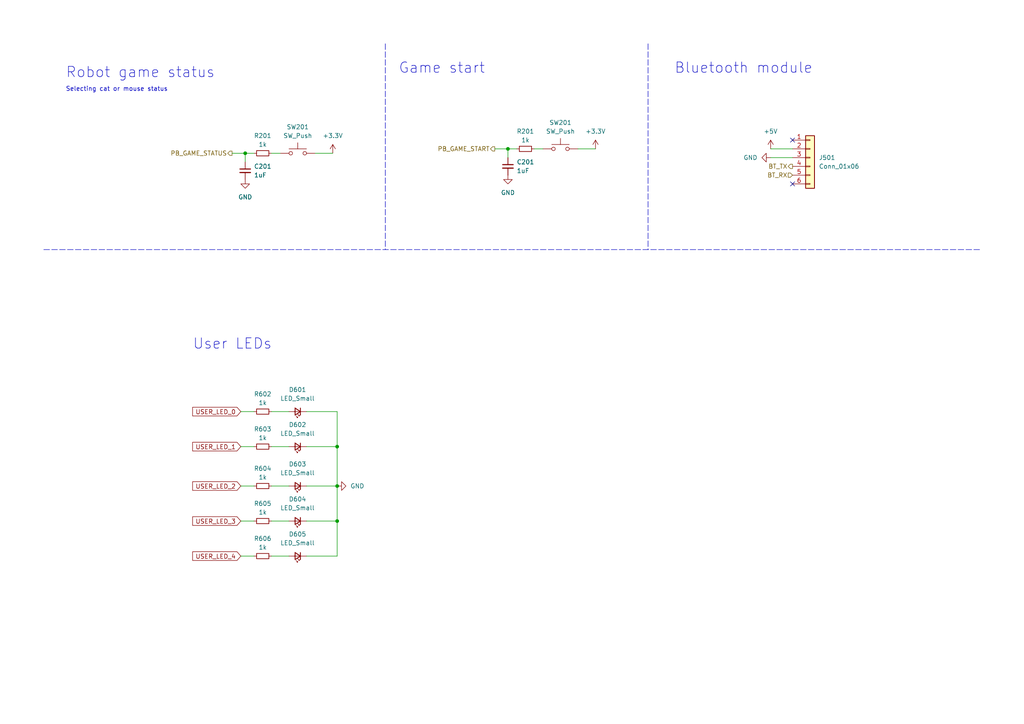
<source format=kicad_sch>
(kicad_sch (version 20230121) (generator eeschema)
  (paper "A4")
  (title_block (title "Robot chat - HIM") (date "2023-09-19") (rev "1.0") (company "ENSEA"))
  (lib_symbols
    (symbol "Connector_Generic:Conn_01x06" (pin_names (offset 1.016) hide)
      (property "Reference" "J" (at 0 7.62 0))
      (property "Value" "Conn_01x06" (at 0 -10.16 0))
      (symbol "Conn_01x06_1_1"
        (rectangle (start -1.27 -7.493) (end 0 -7.747) (stroke (width 0.1524)))
        (rectangle (start -1.27 -4.953) (end 0 -5.207) (stroke (width 0.1524)))
        (rectangle (start -1.27 -2.413) (end 0 -2.667) (stroke (width 0.1524)))
        (rectangle (start -1.27 0.127) (end 0 -0.127) (stroke (width 0.1524)))
        (rectangle (start -1.27 2.667) (end 0 2.413) (stroke (width 0.1524)))
        (rectangle (start -1.27 5.207) (end 0 4.953) (stroke (width 0.1524)))
        (rectangle (start -1.27 6.35) (end 1.27 -8.89) (stroke (width 0.254)) (fill (type background)))
        (pin passive line (at -5.08 5.08 0) (length 3.81) (name "Pin_1") (number "1"))
        (pin passive line (at -5.08 2.54 0) (length 3.81) (name "Pin_2") (number "2"))
        (pin passive line (at -5.08 0 0) (length 3.81) (name "Pin_3") (number "3"))
        (pin passive line (at -5.08 -2.54 0) (length 3.81) (name "Pin_4") (number "4"))
        (pin passive line (at -5.08 -5.08 0) (length 3.81) (name "Pin_5") (number "5"))
        (pin passive line (at -5.08 -7.62 0) (length 3.81) (name "Pin_6") (number "6"))
      )
    )
    (symbol "Device:C_Small" (pin_numbers hide) (pin_names (offset 0.254) hide)
      (property "Reference" "C" (at 0.254 1.778 0))
      (property "Value" "C_Small" (at 0.254 -2.032 0))
      (symbol "C_Small_0_1"
        (polyline (pts (xy -1.524 -0.508) (xy 1.524 -0.508)) (stroke (width 0.3302)))
        (polyline (pts (xy -1.524 0.508) (xy 1.524 0.508)) (stroke (width 0.3048)))
      )
      (symbol "C_Small_1_1"
        (pin passive line (at 0 2.54 270) (length 2.032) (name "~") (number "1"))
        (pin passive line (at 0 -2.54 90) (length 2.032) (name "~") (number "2"))
      )
    )
    (symbol "Device:LED_Small" (pin_numbers hide) (pin_names (offset 0.254) hide)
      (property "Reference" "D" (at -1.27 3.175 0))
      (property "Value" "LED_Small" (at -4.445 -2.54 0))
      (symbol "LED_Small_0_1"
        (polyline (pts (xy -0.762 -1.016) (xy -0.762 1.016)) (stroke (width 0.254)))
        (polyline (pts (xy 1.016 0) (xy -0.762 0)))
        (polyline (pts (xy 0.762 -1.016) (xy -0.762 0) (xy 0.762 1.016) (xy 0.762 -1.016)) (stroke (width 0.254)))
        (polyline (pts (xy 0 0.762) (xy -0.508 1.27) (xy -0.254 1.27) (xy -0.508 1.27) (xy -0.508 1.016)))
        (polyline (pts (xy 0.508 1.27) (xy 0 1.778) (xy 0.254 1.778) (xy 0 1.778) (xy 0 1.524)))
      )
      (symbol "LED_Small_1_1"
        (pin passive line (at -2.54 0 0) (length 1.778) (name "K") (number "1"))
        (pin passive line (at 2.54 0 180) (length 1.778) (name "A") (number "2"))
      )
    )
    (symbol "Device:R_Small" (pin_numbers hide) (pin_names (offset 0.254) hide)
      (property "Reference" "R" (at 0.762 0.508 0))
      (property "Value" "R_Small" (at 0.762 -1.016 0))
      (symbol "R_Small_0_1"
        (rectangle (start -0.762 1.778) (end 0.762 -1.778) (stroke (width 0.2032)))
      )
      (symbol "R_Small_1_1"
        (pin passive line (at 0 2.54 270) (length 0.762) (name "~") (number "1"))
        (pin passive line (at 0 -2.54 90) (length 0.762) (name "~") (number "2"))
      )
    )
    (symbol "Switch:SW_Push" (pin_numbers hide) (pin_names (offset 1.016) hide)
      (property "Reference" "SW" (at 1.27 2.54 0))
      (property "Value" "SW_Push" (at 0 -1.524 0))
      (symbol "SW_Push_0_1"
        (circle (center -2.032 0) (radius 0.508))
        (polyline (pts (xy 0 1.27) (xy 0 3.048)))
        (polyline (pts (xy 2.54 1.27) (xy -2.54 1.27)))
        (circle (center 2.032 0) (radius 0.508))
        (pin passive line (at -5.08 0 0) (length 2.54) (name "1") (number "1"))
        (pin passive line (at 5.08 0 180) (length 2.54) (name "2") (number "2"))
      )
    )
    (symbol "power:+3.3V" (power) (pin_names (offset 0))
      (property "Value" "+3.3V" (at 0 3.556 0))
      (symbol "+3.3V_0_1"
        (polyline (pts (xy -0.762 1.27) (xy 0 2.54)))
        (polyline (pts (xy 0 0) (xy 0 2.54)))
        (polyline (pts (xy 0 2.54) (xy 0.762 1.27)))
      )
      (symbol "+3.3V_1_1"
        (pin power_in line (at 0 0 90) (length 0) hide (name "+3.3V") (number "1"))
      )
    )
    (symbol "power:+5V" (power) (pin_names (offset 0))
      (property "Value" "+5V" (at 0 3.556 0))
      (symbol "+5V_0_1"
        (polyline (pts (xy -0.762 1.27) (xy 0 2.54)))
        (polyline (pts (xy 0 0) (xy 0 2.54)))
        (polyline (pts (xy 0 2.54) (xy 0.762 1.27)))
      )
      (symbol "+5V_1_1"
        (pin power_in line (at 0 0 90) (length 0) hide (name "+5V") (number "1"))
      )
    )
    (symbol "power:GND" (power) (pin_names (offset 0))
      (property "Value" "GND" (at 0 -3.81 0))
      (symbol "GND_0_1"
        (polyline (pts (xy 0 0) (xy 0 -1.27) (xy 1.27 -1.27) (xy 0 -2.54) (xy -1.27 -1.27) (xy 0 -1.27)))
      )
      (symbol "GND_1_1"
        (pin power_in line (at 0 0 270) (length 0) hide (name "GND") (number "1"))
      )
    )
  )
  (junction (at 71.12 44.45))
  (junction (at 97.79 129.54))
  (junction (at 97.79 140.97))
  (junction (at 97.79 151.13))
  (junction (at 147.32 43.18))
  (no_connect (at 229.87 40.64))
  (no_connect (at 229.87 53.34))
  (polyline (pts (xy 111.76 12.7) (xy 111.76 72.39)) (stroke (width 0) (type dash)))
  (wire (pts (xy 223.52 45.72) (xy 229.87 45.72)))
  (wire (pts (xy 223.52 43.18) (xy 229.87 43.18)))
  (wire (pts (xy 88.9 151.13) (xy 97.79 151.13)))
  (wire (pts (xy 97.79 129.54) (xy 97.79 140.97)))
  (wire (pts (xy 69.85 119.38) (xy 73.66 119.38)))
  (wire (pts (xy 67.31 44.45) (xy 71.12 44.45)))
  (wire (pts (xy 97.79 151.13) (xy 97.79 140.97)))
  (wire (pts (xy 147.32 43.18) (xy 147.32 45.72)))
  (wire (pts (xy 69.85 140.97) (xy 73.66 140.97)))
  (wire (pts (xy 88.9 161.29) (xy 97.79 161.29)))
  (wire (pts (xy 147.32 43.18) (xy 149.86 43.18)))
  (wire (pts (xy 91.44 44.45) (xy 96.52 44.45)))
  (wire (pts (xy 167.64 43.18) (xy 172.72 43.18)))
  (wire (pts (xy 88.9 129.54) (xy 97.79 129.54)))
  (wire (pts (xy 78.74 151.13) (xy 83.82 151.13)))
  (wire (pts (xy 69.85 151.13) (xy 73.66 151.13)))
  (wire (pts (xy 154.94 43.18) (xy 157.48 43.18)))
  (wire (pts (xy 143.51 43.18) (xy 147.32 43.18)))
  (wire (pts (xy 78.74 140.97) (xy 83.82 140.97)))
  (wire (pts (xy 78.74 161.29) (xy 83.82 161.29)))
  (wire (pts (xy 88.9 119.38) (xy 97.79 119.38)))
  (wire (pts (xy 69.85 161.29) (xy 73.66 161.29)))
  (wire (pts (xy 97.79 119.38) (xy 97.79 129.54)))
  (wire (pts (xy 78.74 44.45) (xy 81.28 44.45)))
  (wire (pts (xy 78.74 129.54) (xy 83.82 129.54)))
  (polyline (pts (xy 187.96 12.7) (xy 187.96 72.39)) (stroke (width 0) (type dash)))
  (wire (pts (xy 97.79 161.29) (xy 97.79 151.13)))
  (wire (pts (xy 69.85 129.54) (xy 73.66 129.54)))
  (wire (pts (xy 88.9 140.97) (xy 97.79 140.97)))
  (wire (pts (xy 78.74 119.38) (xy 83.82 119.38)))
  (wire (pts (xy 71.12 44.45) (xy 71.12 46.99)))
  (polyline (pts (xy 12.7 72.39) (xy 284.48 72.39)) (stroke (width 0) (type dash)))
  (wire (pts (xy 71.12 44.45) (xy 73.66 44.45)))
  (text "Game start" (at 115.57 21.59 0) (effects (font (size 3 3)) (justify left bottom)))
  (text "Selecting cat or mouse status" (at 19.05 26.67 0) (effects (font (size 1.27 1.27)) (justify left bottom)))
  (text "Robot game status" (at 19.05 22.86 0) (effects (font (size 3 3)) (justify left bottom)))
  (text "Bluetooth module" (at 195.58 21.59 0) (effects (font (size 3 3)) (justify left bottom)))
  (text "User LEDs" (at 55.88 101.6 0) (effects (font (size 3 3)) (justify left bottom)))
  (global_label "USER_LED_3" (shape input) (at 69.85 151.13 180) (property "Intersheetrefs" "${INTERSHEET_REFS}" (effects hide)))
  (global_label "USER_LED_2" (shape input) (at 69.85 140.97 180) (property "Intersheetrefs" "${INTERSHEET_REFS}" (effects hide)))
  (global_label "USER_LED_4" (shape input) (at 69.85 161.29 180) (property "Intersheetrefs" "${INTERSHEET_REFS}" (effects hide)))
  (global_label "USER_LED_1" (shape input) (at 69.85 129.54 180) (property "Intersheetrefs" "${INTERSHEET_REFS}" (effects hide)))
  (global_label "USER_LED_0" (shape input) (at 69.85 119.38 180) (property "Intersheetrefs" "${INTERSHEET_REFS}" (effects hide)))
  (hierarchical_label "BT_RX" (shape input) (at 229.87 50.8 180))
  (hierarchical_label "BT_TX" (shape output) (at 229.87 48.26 180))
  (hierarchical_label "PB_GAME_STATUS" (shape output) (at 67.31 44.45 180))
  (hierarchical_label "PB_GAME_START" (shape output) (at 143.51 43.18 180))
  (symbol (lib_id "power:GND") (at 147.32 50.8 0) (unit 1)
    (property "Reference" "#PWR0201" (effects hide))
    (property "Value" "GND" (at 147.32 55.88 0))
    (instances (project "robot_chat" (path "" (reference "#PWR0201") (unit 1)) (path "" (reference "#PWR0604") (unit 1))))
  )
  (symbol (lib_id "Device:R_Small") (at 76.2 151.13 90) (unit 1)
    (property "Reference" "R605" (at 76.2 146.05 90))
    (property "Value" "1k" (at 76.2 148.59 90))
    (property "Footprint" "Resistor_SMD:R_0603_1608Metric" (effects hide))
  )
  (symbol (lib_id "Device:R_Small") (at 76.2 44.45 90) (unit 1)
    (property "Reference" "R201" (at 76.2 39.37 90))
    (property "Value" "1k" (at 76.2 41.91 90))
    (property "Footprint" "Resistor_SMD:R_0603_1608Metric" (effects hide))
    (instances (project "robot_chat" (path "" (reference "R201") (unit 1)) (path "" (reference "R601") (unit 1))))
  )
  (symbol (lib_id "Device:R_Small") (at 76.2 161.29 90) (unit 1)
    (property "Reference" "R606" (at 76.2 156.21 90))
    (property "Value" "1k" (at 76.2 158.75 90))
    (property "Footprint" "Resistor_SMD:R_0603_1608Metric" (effects hide))
  )
  (symbol (lib_id "power:+5V") (at 223.52 43.18 0) (unit 1)
    (property "Reference" "#PWR0501" (effects hide))
    (property "Value" "+5V" (at 223.52 38.1 0))
    (instances (project "robot_chat" (path "" (reference "#PWR0501") (unit 1)) (path "" (reference "#PWR0606") (unit 1))))
  )
  (symbol (lib_id "power:+3.3V") (at 172.72 43.18 0) (unit 1)
    (property "Reference" "#PWR0202" (effects hide))
    (property "Value" "+3.3V" (at 172.72 38.1 0))
    (instances (project "robot_chat" (path "" (reference "#PWR0202") (unit 1)) (path "" (reference "#PWR0605") (unit 1))))
  )
  (symbol (lib_id "Device:LED_Small") (at 86.36 129.54 180) (unit 1)
    (property "Reference" "D602" (at 86.2965 123.19 0))
    (property "Value" "LED_Small" (at 86.2965 125.73 0))
    (property "Footprint" "LED_SMD:LED_0603_1608Metric" (effects hide))
  )
  (symbol (lib_id "Device:C_Small") (at 71.12 49.53 0) (unit 1)
    (property "Reference" "C201" (at 73.66 48.2663 0) (effects (justify left)))
    (property "Value" "1uF" (at 73.66 50.8063 0) (effects (justify left)))
    (property "Footprint" "Capacitor_SMD:C_0603_1608Metric" (effects hide))
    (instances (project "robot_chat" (path "" (reference "C201") (unit 1)) (path "" (reference "C601") (unit 1))))
  )
  (symbol (lib_id "power:GND") (at 71.12 52.07 0) (unit 1)
    (property "Reference" "#PWR0201" (effects hide))
    (property "Value" "GND" (at 71.12 57.15 0))
    (instances (project "robot_chat" (path "" (reference "#PWR0201") (unit 1)) (path "" (reference "#PWR0601") (unit 1))))
  )
  (symbol (lib_id "Switch:SW_Push") (at 162.56 43.18 0) (unit 1)
    (property "Reference" "SW201" (at 162.56 35.56 0))
    (property "Value" "SW_Push" (at 162.56 38.1 0))
    (property "Footprint" "Button_Switch_SMD:SW_SPST_B3U-1000P" (effects hide))
    (instances (project "robot_chat" (path "" (reference "SW201") (unit 1)) (path "" (reference "SW602") (unit 1))))
  )
  (symbol (lib_id "Device:R_Small") (at 76.2 129.54 90) (unit 1)
    (property "Reference" "R603" (at 76.2 124.46 90))
    (property "Value" "1k" (at 76.2 127 90))
    (property "Footprint" "Resistor_SMD:R_0603_1608Metric" (effects hide))
  )
  (symbol (lib_id "Device:LED_Small") (at 86.36 151.13 180) (unit 1)
    (property "Reference" "D604" (at 86.2965 144.78 0))
    (property "Value" "LED_Small" (at 86.2965 147.32 0))
    (property "Footprint" "LED_SMD:LED_0603_1608Metric" (effects hide))
  )
  (symbol (lib_id "power:GND") (at 97.79 140.97 90) (unit 1)
    (property "Reference" "#PWR0603" (effects hide))
    (property "Value" "GND" (at 101.6 140.97 90) (effects (justify right)))
  )
  (symbol (lib_id "power:+3.3V") (at 96.52 44.45 0) (unit 1)
    (property "Reference" "#PWR0202" (effects hide))
    (property "Value" "+3.3V" (at 96.52 39.37 0))
    (instances (project "robot_chat" (path "" (reference "#PWR0202") (unit 1)) (path "" (reference "#PWR0602") (unit 1))))
  )
  (symbol (lib_id "Device:R_Small") (at 76.2 119.38 90) (unit 1)
    (property "Reference" "R602" (at 76.2 114.3 90))
    (property "Value" "1k" (at 76.2 116.84 90))
    (property "Footprint" "Resistor_SMD:R_0603_1608Metric" (effects hide))
  )
  (symbol (lib_id "Switch:SW_Push") (at 86.36 44.45 0) (unit 1)
    (property "Reference" "SW201" (at 86.36 36.83 0))
    (property "Value" "SW_Push" (at 86.36 39.37 0))
    (property "Footprint" "Button_Switch_SMD:SW_SPST_B3U-1000P" (effects hide))
    (instances (project "robot_chat" (path "" (reference "SW201") (unit 1)) (path "" (reference "SW601") (unit 1))))
  )
  (symbol (lib_id "Device:R_Small") (at 76.2 140.97 90) (unit 1)
    (property "Reference" "R604" (at 76.2 135.89 90))
    (property "Value" "1k" (at 76.2 138.43 90))
    (property "Footprint" "Resistor_SMD:R_0603_1608Metric" (effects hide))
  )
  (symbol (lib_id "Device:R_Small") (at 152.4 43.18 90) (unit 1)
    (property "Reference" "R201" (at 152.4 38.1 90))
    (property "Value" "1k" (at 152.4 40.64 90))
    (property "Footprint" "Resistor_SMD:R_0603_1608Metric" (effects hide))
    (instances (project "robot_chat" (path "" (reference "R201") (unit 1)) (path "" (reference "R607") (unit 1))))
  )
  (symbol (lib_id "Device:LED_Small") (at 86.36 119.38 180) (unit 1)
    (property "Reference" "D601" (at 86.2965 113.03 0))
    (property "Value" "LED_Small" (at 86.2965 115.57 0))
    (property "Footprint" "LED_SMD:LED_0603_1608Metric" (effects hide))
  )
  (symbol (lib_id "Device:LED_Small") (at 86.36 140.97 180) (unit 1)
    (property "Reference" "D603" (at 86.2965 134.62 0))
    (property "Value" "LED_Small" (at 86.2965 137.16 0))
    (property "Footprint" "LED_SMD:LED_0603_1608Metric" (effects hide))
  )
  (symbol (lib_id "Device:C_Small") (at 147.32 48.26 0) (unit 1)
    (property "Reference" "C201" (at 149.86 46.9963 0) (effects (justify left)))
    (property "Value" "1uF" (at 149.86 49.5363 0) (effects (justify left)))
    (property "Footprint" "Capacitor_SMD:C_0603_1608Metric" (effects hide))
    (instances (project "robot_chat" (path "" (reference "C201") (unit 1)) (path "" (reference "C602") (unit 1))))
  )
  (symbol (lib_id "power:GND") (at 223.52 45.72 270) (unit 1)
    (property "Reference" "#PWR0502" (effects hide))
    (property "Value" "GND" (at 219.71 45.72 90) (effects (justify right)))
    (instances (project "robot_chat" (path "" (reference "#PWR0502") (unit 1)) (path "" (reference "#PWR0607") (unit 1))))
  )
  (symbol (lib_id "Device:LED_Small") (at 86.36 161.29 180) (unit 1)
    (property "Reference" "D605" (at 86.2965 154.94 0))
    (property "Value" "LED_Small" (at 86.2965 157.48 0))
    (property "Footprint" "LED_SMD:LED_0603_1608Metric" (effects hide))
  )
  (symbol (lib_id "Connector_Generic:Conn_01x06") (at 234.95 45.72 0) (unit 1)
    (property "Reference" "J501" (at 237.49 45.72 0) (effects (justify left)))
    (property "Value" "Conn_01x06" (at 237.49 48.26 0) (effects (justify left)))
    (property "Footprint" "Connector_JST:JST_XH_S6B-XH-A_1x06_P2.50mm_Horizontal" (effects hide))
    (instances (project "robot_chat" (path "" (reference "J501") (unit 1)) (path "" (reference "J601") (unit 1))))
  )
)
</source>
